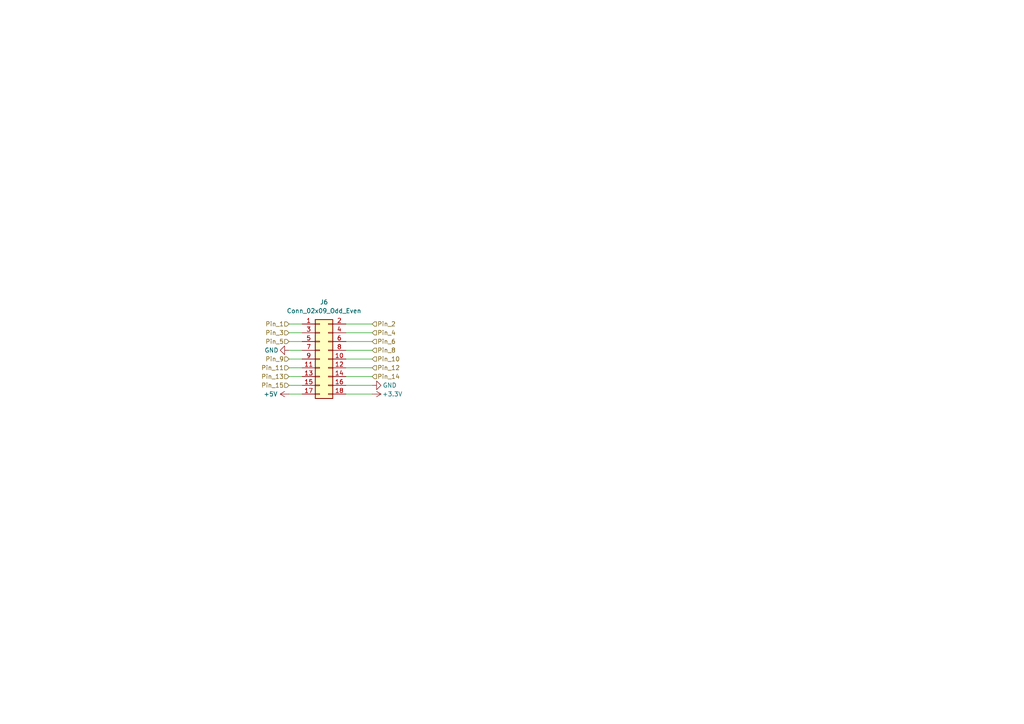
<source format=kicad_sch>
(kicad_sch (version 20231120) (generator "eeschema") (generator_version "8.0")
  (paper "A4")
  (lib_symbols
    (symbol "AKE_Connector_Pinheader:Conn_02x09_Odd_Even" (pin_names (offset 1.016) hide)
      (property "Reference" "J" (at 1.27 12.7 0))
      (property "Value" "Conn_02x09_Odd_Even" (at 1.27 -12.7 0))
      (symbol "Conn_02x09_Odd_Even_1_1"
        (rectangle (start -1.27 -10.033) (end 0 -10.287) (stroke (width 0.1524)))
        (rectangle (start -1.27 -7.493) (end 0 -7.747) (stroke (width 0.1524)))
        (rectangle (start -1.27 -4.953) (end 0 -5.207) (stroke (width 0.1524)))
        (rectangle (start -1.27 -2.413) (end 0 -2.667) (stroke (width 0.1524)))
        (rectangle (start -1.27 0.127) (end 0 -0.127) (stroke (width 0.1524)))
        (rectangle (start -1.27 2.667) (end 0 2.413) (stroke (width 0.1524)))
        (rectangle (start -1.27 5.207) (end 0 4.953) (stroke (width 0.1524)))
        (rectangle (start -1.27 7.747) (end 0 7.493) (stroke (width 0.1524)))
        (rectangle (start -1.27 10.287) (end 0 10.033) (stroke (width 0.1524)))
        (rectangle (start -1.27 11.43) (end 3.81 -11.43) (stroke (width 0.254)) (fill (type background)))
        (rectangle (start 3.81 -10.033) (end 2.54 -10.287) (stroke (width 0.1524)))
        (rectangle (start 3.81 -7.493) (end 2.54 -7.747) (stroke (width 0.1524)))
        (rectangle (start 3.81 -4.953) (end 2.54 -5.207) (stroke (width 0.1524)))
        (rectangle (start 3.81 -2.413) (end 2.54 -2.667) (stroke (width 0.1524)))
        (rectangle (start 3.81 0.127) (end 2.54 -0.127) (stroke (width 0.1524)))
        (rectangle (start 3.81 2.667) (end 2.54 2.413) (stroke (width 0.1524)))
        (rectangle (start 3.81 5.207) (end 2.54 4.953) (stroke (width 0.1524)))
        (rectangle (start 3.81 7.747) (end 2.54 7.493) (stroke (width 0.1524)))
        (rectangle (start 3.81 10.287) (end 2.54 10.033) (stroke (width 0.1524)))
        (pin passive line (at -5.08 10.16 0) (length 3.81) (name "Pin_1") (number "1"))
        (pin passive line (at 7.62 0 180) (length 3.81) (name "Pin_10") (number "10"))
        (pin passive line (at -5.08 -2.54 0) (length 3.81) (name "Pin_11") (number "11"))
        (pin passive line (at 7.62 -2.54 180) (length 3.81) (name "Pin_12") (number "12"))
        (pin passive line (at -5.08 -5.08 0) (length 3.81) (name "Pin_13") (number "13"))
        (pin passive line (at 7.62 -5.08 180) (length 3.81) (name "Pin_14") (number "14"))
        (pin passive line (at -5.08 -7.62 0) (length 3.81) (name "Pin_15") (number "15"))
        (pin passive line (at 7.62 -7.62 180) (length 3.81) (name "Pin_16") (number "16"))
        (pin passive line (at -5.08 -10.16 0) (length 3.81) (name "Pin_17") (number "17"))
        (pin passive line (at 7.62 -10.16 180) (length 3.81) (name "Pin_18") (number "18"))
        (pin passive line (at 7.62 10.16 180) (length 3.81) (name "Pin_2") (number "2"))
        (pin passive line (at -5.08 7.62 0) (length 3.81) (name "Pin_3") (number "3"))
        (pin passive line (at 7.62 7.62 180) (length 3.81) (name "Pin_4") (number "4"))
        (pin passive line (at -5.08 5.08 0) (length 3.81) (name "Pin_5") (number "5"))
        (pin passive line (at 7.62 5.08 180) (length 3.81) (name "Pin_6") (number "6"))
        (pin passive line (at -5.08 2.54 0) (length 3.81) (name "Pin_7") (number "7"))
        (pin passive line (at 7.62 2.54 180) (length 3.81) (name "Pin_8") (number "8"))
        (pin passive line (at -5.08 0 0) (length 3.81) (name "Pin_9") (number "9"))
      )
    )
    (symbol "AKE_Power:+3.3V" (power) (pin_names (offset 0))
      (property "Value" "+3.3V" (at 0 3.556 0))
      (symbol "+3.3V_0_1"
        (polyline (pts (xy -0.762 1.27) (xy 0 2.54)))
        (polyline (pts (xy 0 0) (xy 0 2.54)))
        (polyline (pts (xy 0 2.54) (xy 0.762 1.27)))
      )
      (symbol "+3.3V_1_1"
        (pin power_in line (at 0 0 90) (length 0) hide (name "+3.3V") (number "1"))
      )
    )
    (symbol "AKE_Power:+5V" (power) (pin_names (offset 0))
      (property "Value" "+5V" (at 0 3.556 0))
      (symbol "+5V_0_1"
        (polyline (pts (xy -0.762 1.27) (xy 0 2.54)))
        (polyline (pts (xy 0 0) (xy 0 2.54)))
        (polyline (pts (xy 0 2.54) (xy 0.762 1.27)))
      )
      (symbol "+5V_1_1"
        (pin power_in line (at 0 0 90) (length 0) hide (name "+5V") (number "1"))
      )
    )
    (symbol "AKE_Power:GND" (power) (pin_names (offset 0))
      (property "Value" "GND" (at 0 -3.81 0))
      (symbol "GND_0_1"
        (polyline (pts (xy 0 0) (xy 0 -1.27) (xy 1.27 -1.27) (xy 0 -2.54) (xy -1.27 -1.27) (xy 0 -1.27)))
      )
      (symbol "GND_1_1"
        (pin power_in line (at 0 0 270) (length 0) hide (name "GND") (number "1"))
      )
    )
  )
  (wire (pts (xy 87.63 101.6) (xy 83.82 101.6)))
  (wire (pts (xy 83.82 96.52) (xy 87.63 96.52)))
  (wire (pts (xy 83.82 111.76) (xy 87.63 111.76)))
  (wire (pts (xy 107.95 106.68) (xy 100.33 106.68)))
  (wire (pts (xy 107.95 93.98) (xy 100.33 93.98)))
  (wire (pts (xy 83.82 93.98) (xy 87.63 93.98)))
  (wire (pts (xy 83.82 109.22) (xy 87.63 109.22)))
  (wire (pts (xy 83.82 106.68) (xy 87.63 106.68)))
  (wire (pts (xy 107.95 109.22) (xy 100.33 109.22)))
  (wire (pts (xy 100.33 111.76) (xy 107.95 111.76)))
  (wire (pts (xy 100.33 114.3) (xy 107.95 114.3)))
  (wire (pts (xy 83.82 114.3) (xy 87.63 114.3)))
  (wire (pts (xy 83.82 104.14) (xy 87.63 104.14)))
  (wire (pts (xy 107.95 96.52) (xy 100.33 96.52)))
  (wire (pts (xy 107.95 99.06) (xy 100.33 99.06)))
  (wire (pts (xy 83.82 99.06) (xy 87.63 99.06)))
  (wire (pts (xy 107.95 101.6) (xy 100.33 101.6)))
  (wire (pts (xy 107.95 104.14) (xy 100.33 104.14)))
  (hierarchical_label "Pin_4" (shape input) (at 107.95 96.52 0))
  (hierarchical_label "Pin_8" (shape input) (at 107.95 101.6 0))
  (hierarchical_label "Pin_12" (shape input) (at 107.95 106.68 0))
  (hierarchical_label "Pin_10" (shape input) (at 107.95 104.14 0))
  (hierarchical_label "Pin_6" (shape input) (at 107.95 99.06 0))
  (hierarchical_label "Pin_3" (shape input) (at 83.82 96.52 180))
  (hierarchical_label "Pin_13" (shape input) (at 83.82 109.22 180))
  (hierarchical_label "Pin_14" (shape input) (at 107.95 109.22 0))
  (hierarchical_label "Pin_5" (shape input) (at 83.82 99.06 180))
  (hierarchical_label "Pin_11" (shape input) (at 83.82 106.68 180))
  (hierarchical_label "Pin_1" (shape input) (at 83.82 93.98 180))
  (hierarchical_label "Pin_2" (shape input) (at 107.95 93.98 0))
  (hierarchical_label "Pin_15" (shape input) (at 83.82 111.76 180))
  (hierarchical_label "Pin_9" (shape input) (at 83.82 104.14 180))
  (symbol (lib_id "AKE_Power:+5V") (at 83.82 114.3 90) (unit 1)
    (property "Reference" "#PWR0152" (effects (hide yes)))
    (property "Value" "+5V" (at 78.486 114.3 90))
  )
  (symbol (lib_id "AKE_Power:GND") (at 107.95 111.76 90) (unit 1)
    (property "Reference" "#PWR0151" (effects (hide yes)))
    (property "Value" "GND" (at 113.03 111.76 90))
  )
  (symbol (lib_id "AKE_Power:GND") (at 83.82 101.6 270) (unit 1)
    (property "Reference" "#PWR0113" (effects (hide yes)))
    (property "Value" "GND" (at 78.74 101.6 90))
  )
  (symbol (lib_id "AKE_Connector_Pinheader:Conn_02x09_Odd_Even") (at 92.71 104.14 0) (unit 1)
    (property "Reference" "J6" (at 93.98 87.63 0))
    (property "Value" "Conn_02x09_Odd_Even" (at 93.98 90.17 0))
    (property "Footprint" "AKE_Pinheader_TH:PinHeader_2x09_P2.54mm_Vertical" (effects (hide yes)))
    (property "Description" "Generic connector, double row, 02x09, odd/even pin numbering scheme (row 1 odd numbers, row 2 even numbers), script generated (kicad-library-utils/schlib/autogen/connector/)" (effects (hide yes)))
  )
  (symbol (lib_id "AKE_Power:+3.3V") (at 107.95 114.3 270) (unit 1)
    (property "Reference" "#PWR0150" (effects (hide yes)))
    (property "Value" "+3.3V" (at 113.792 114.3 90))
  )
)
</source>
